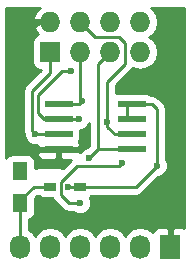
<source format=gbr>
G04 #@! TF.FileFunction,Copper,L1,Top,Signal*
%FSLAX46Y46*%
G04 Gerber Fmt 4.6, Leading zero omitted, Abs format (unit mm)*
G04 Created by KiCad (PCBNEW 4.0.1-stable) date Thu 28 Jan 2016 04:51:10 PM EET*
%MOMM*%
G01*
G04 APERTURE LIST*
%ADD10C,0.100000*%
%ADD11R,2.350000X0.600000*%
%ADD12R,0.990000X0.650000*%
%ADD13R,1.727200X1.727200*%
%ADD14O,1.727200X1.727200*%
%ADD15R,1.727200X2.032000*%
%ADD16O,1.727200X2.032000*%
%ADD17R,1.300000X1.500000*%
%ADD18C,0.600000*%
%ADD19C,0.250000*%
%ADD20C,0.254000*%
G04 APERTURE END LIST*
D10*
D11*
X145490000Y-108585000D03*
X145490000Y-109855000D03*
X145490000Y-111125000D03*
X145490000Y-112395000D03*
X151690000Y-112395000D03*
X151690000Y-111125000D03*
X151690000Y-109855000D03*
X151690000Y-108585000D03*
D12*
X147305000Y-115570000D03*
X144795000Y-115570000D03*
D13*
X144780000Y-104140000D03*
D14*
X144780000Y-101600000D03*
X147320000Y-104140000D03*
X147320000Y-101600000D03*
X149860000Y-104140000D03*
X149860000Y-101600000D03*
X152400000Y-104140000D03*
X152400000Y-101600000D03*
D15*
X154940000Y-120650000D03*
D16*
X152400000Y-120650000D03*
X149860000Y-120650000D03*
X147320000Y-120650000D03*
X144780000Y-120650000D03*
X142240000Y-120650000D03*
D17*
X142240000Y-114220000D03*
X142240000Y-116920000D03*
D18*
X152400000Y-106680000D03*
X155194000Y-107315000D03*
X143510000Y-111125000D03*
X146304000Y-115570000D03*
X153797000Y-113792000D03*
X147464950Y-108318138D03*
X149606000Y-110109000D03*
X148082000Y-113157000D03*
X146558000Y-105791000D03*
X147193000Y-109855000D03*
X147320000Y-116967000D03*
X150876000Y-113538000D03*
D19*
X155194000Y-107315000D02*
X153035000Y-107315000D01*
X153035000Y-107315000D02*
X152400000Y-106680000D01*
X145890000Y-112395000D02*
X143256000Y-112395000D01*
X143256000Y-112395000D02*
X142494000Y-111633000D01*
X142494000Y-111633000D02*
X142494000Y-102997000D01*
X142494000Y-102997000D02*
X143891000Y-101600000D01*
X143891000Y-101600000D02*
X144780000Y-101600000D01*
X143510000Y-111125000D02*
X143256000Y-110871000D01*
X143256000Y-110871000D02*
X143256000Y-107442000D01*
X143256000Y-107442000D02*
X144780000Y-105918000D01*
X144780000Y-105918000D02*
X144780000Y-104140000D01*
X145890000Y-111125000D02*
X143510000Y-111125000D01*
X153797000Y-113792000D02*
X153797000Y-108966000D01*
X153797000Y-108966000D02*
X153416000Y-108585000D01*
X153416000Y-108585000D02*
X151290000Y-108585000D01*
X151290000Y-109855000D02*
X151290000Y-108585000D01*
X147105000Y-115570000D02*
X152019000Y-115570000D01*
X152019000Y-115570000D02*
X153797000Y-113792000D01*
X146304000Y-115570000D02*
X147105000Y-115570000D01*
X142240000Y-116713000D02*
X143383000Y-115570000D01*
X143383000Y-115570000D02*
X144795000Y-115570000D01*
X142240000Y-116920000D02*
X142240000Y-116713000D01*
X142240000Y-120650000D02*
X142240000Y-118110000D01*
X142240000Y-118110000D02*
X142240000Y-116920000D01*
X144680000Y-115570000D02*
X144995000Y-115570000D01*
X147198088Y-108585000D02*
X147464950Y-108318138D01*
X147320000Y-104140000D02*
X147320000Y-108173188D01*
X147320000Y-108173188D02*
X147464950Y-108318138D01*
X145890000Y-108585000D02*
X147198088Y-108585000D01*
X149606000Y-110109000D02*
X149606000Y-106680000D01*
X149606000Y-106680000D02*
X151130000Y-105156000D01*
X151130000Y-105156000D02*
X151130000Y-103378000D01*
X151130000Y-103378000D02*
X150622000Y-102870000D01*
X150622000Y-102870000D02*
X148590000Y-102870000D01*
X148590000Y-102870000D02*
X147320000Y-101600000D01*
X149606000Y-110109000D02*
X149606000Y-110480020D01*
X149606000Y-110480020D02*
X150250980Y-111125000D01*
X150250980Y-111125000D02*
X151290000Y-111125000D01*
X148844000Y-112395000D02*
X148844000Y-105156000D01*
X148844000Y-105156000D02*
X149860000Y-104140000D01*
X151290000Y-112395000D02*
X151765000Y-112395000D01*
X148082000Y-113157000D02*
X148844000Y-112395000D01*
X148844000Y-112395000D02*
X151290000Y-112395000D01*
X146558000Y-105791000D02*
X145796000Y-105791000D01*
X145796000Y-105791000D02*
X143764000Y-107823000D01*
X143764000Y-107823000D02*
X143764000Y-109347000D01*
X143764000Y-109347000D02*
X144272000Y-109855000D01*
X144272000Y-109855000D02*
X145890000Y-109855000D01*
X145890000Y-109855000D02*
X147193000Y-109855000D01*
X147320000Y-116967000D02*
X146387736Y-116967000D01*
X146387736Y-116967000D02*
X145669000Y-116248264D01*
X145669000Y-116248264D02*
X145669000Y-115189000D01*
X145669000Y-115189000D02*
X147020001Y-113837999D01*
X147020001Y-113837999D02*
X150576001Y-113837999D01*
X150576001Y-113837999D02*
X150876000Y-113538000D01*
D20*
G36*
X156135000Y-119083952D02*
X155929909Y-118999000D01*
X155225750Y-118999000D01*
X155067000Y-119157750D01*
X155067000Y-120523000D01*
X155087000Y-120523000D01*
X155087000Y-120777000D01*
X155067000Y-120777000D01*
X155067000Y-120797000D01*
X154813000Y-120797000D01*
X154813000Y-120777000D01*
X154793000Y-120777000D01*
X154793000Y-120523000D01*
X154813000Y-120523000D01*
X154813000Y-119157750D01*
X154654250Y-118999000D01*
X153950091Y-118999000D01*
X153716702Y-119095673D01*
X153538073Y-119274301D01*
X153474500Y-119427780D01*
X153459670Y-119405585D01*
X152973489Y-119080729D01*
X152400000Y-118966655D01*
X151826511Y-119080729D01*
X151340330Y-119405585D01*
X151130000Y-119720366D01*
X150919670Y-119405585D01*
X150433489Y-119080729D01*
X149860000Y-118966655D01*
X149286511Y-119080729D01*
X148800330Y-119405585D01*
X148590000Y-119720366D01*
X148379670Y-119405585D01*
X147893489Y-119080729D01*
X147320000Y-118966655D01*
X146746511Y-119080729D01*
X146260330Y-119405585D01*
X146050000Y-119720366D01*
X145839670Y-119405585D01*
X145353489Y-119080729D01*
X144780000Y-118966655D01*
X144206511Y-119080729D01*
X143720330Y-119405585D01*
X143510000Y-119720366D01*
X143299670Y-119405585D01*
X143000000Y-119205352D01*
X143000000Y-118296742D01*
X143125317Y-118273162D01*
X143341441Y-118134090D01*
X143486431Y-117921890D01*
X143537440Y-117670000D01*
X143537440Y-116490362D01*
X143697802Y-116330000D01*
X143825331Y-116330000D01*
X143835910Y-116346441D01*
X144048110Y-116491431D01*
X144300000Y-116542440D01*
X144975525Y-116542440D01*
X144976850Y-116549101D01*
X145141597Y-116795663D01*
X145850335Y-117504401D01*
X146096897Y-117669148D01*
X146387736Y-117727000D01*
X146757537Y-117727000D01*
X146789673Y-117759192D01*
X147133201Y-117901838D01*
X147505167Y-117902162D01*
X147848943Y-117760117D01*
X148112192Y-117497327D01*
X148254838Y-117153799D01*
X148255162Y-116781833D01*
X148116395Y-116445990D01*
X148251441Y-116359090D01*
X148271317Y-116330000D01*
X152019000Y-116330000D01*
X152309839Y-116272148D01*
X152556401Y-116107401D01*
X153936680Y-114727122D01*
X153982167Y-114727162D01*
X154325943Y-114585117D01*
X154589192Y-114322327D01*
X154731838Y-113978799D01*
X154732162Y-113606833D01*
X154590117Y-113263057D01*
X154557000Y-113229882D01*
X154557000Y-108966000D01*
X154499148Y-108675161D01*
X154499148Y-108675160D01*
X154334401Y-108428599D01*
X153953401Y-108047599D01*
X153706839Y-107882852D01*
X153416000Y-107825000D01*
X153316563Y-107825000D01*
X153116890Y-107688569D01*
X152865000Y-107637560D01*
X150515000Y-107637560D01*
X150366000Y-107665596D01*
X150366000Y-106994802D01*
X151667401Y-105693401D01*
X151780960Y-105523449D01*
X151826511Y-105553885D01*
X152400000Y-105667959D01*
X152973489Y-105553885D01*
X153459670Y-105229029D01*
X153784526Y-104742848D01*
X153898600Y-104169359D01*
X153898600Y-104110641D01*
X153784526Y-103537152D01*
X153459670Y-103050971D01*
X153188828Y-102870000D01*
X153459670Y-102689029D01*
X153784526Y-102202848D01*
X153898600Y-101629359D01*
X153898600Y-101570641D01*
X153784526Y-100997152D01*
X153459670Y-100510971D01*
X153301073Y-100405000D01*
X156135000Y-100405000D01*
X156135000Y-119083952D01*
X156135000Y-119083952D01*
G37*
X156135000Y-119083952D02*
X155929909Y-118999000D01*
X155225750Y-118999000D01*
X155067000Y-119157750D01*
X155067000Y-120523000D01*
X155087000Y-120523000D01*
X155087000Y-120777000D01*
X155067000Y-120777000D01*
X155067000Y-120797000D01*
X154813000Y-120797000D01*
X154813000Y-120777000D01*
X154793000Y-120777000D01*
X154793000Y-120523000D01*
X154813000Y-120523000D01*
X154813000Y-119157750D01*
X154654250Y-118999000D01*
X153950091Y-118999000D01*
X153716702Y-119095673D01*
X153538073Y-119274301D01*
X153474500Y-119427780D01*
X153459670Y-119405585D01*
X152973489Y-119080729D01*
X152400000Y-118966655D01*
X151826511Y-119080729D01*
X151340330Y-119405585D01*
X151130000Y-119720366D01*
X150919670Y-119405585D01*
X150433489Y-119080729D01*
X149860000Y-118966655D01*
X149286511Y-119080729D01*
X148800330Y-119405585D01*
X148590000Y-119720366D01*
X148379670Y-119405585D01*
X147893489Y-119080729D01*
X147320000Y-118966655D01*
X146746511Y-119080729D01*
X146260330Y-119405585D01*
X146050000Y-119720366D01*
X145839670Y-119405585D01*
X145353489Y-119080729D01*
X144780000Y-118966655D01*
X144206511Y-119080729D01*
X143720330Y-119405585D01*
X143510000Y-119720366D01*
X143299670Y-119405585D01*
X143000000Y-119205352D01*
X143000000Y-118296742D01*
X143125317Y-118273162D01*
X143341441Y-118134090D01*
X143486431Y-117921890D01*
X143537440Y-117670000D01*
X143537440Y-116490362D01*
X143697802Y-116330000D01*
X143825331Y-116330000D01*
X143835910Y-116346441D01*
X144048110Y-116491431D01*
X144300000Y-116542440D01*
X144975525Y-116542440D01*
X144976850Y-116549101D01*
X145141597Y-116795663D01*
X145850335Y-117504401D01*
X146096897Y-117669148D01*
X146387736Y-117727000D01*
X146757537Y-117727000D01*
X146789673Y-117759192D01*
X147133201Y-117901838D01*
X147505167Y-117902162D01*
X147848943Y-117760117D01*
X148112192Y-117497327D01*
X148254838Y-117153799D01*
X148255162Y-116781833D01*
X148116395Y-116445990D01*
X148251441Y-116359090D01*
X148271317Y-116330000D01*
X152019000Y-116330000D01*
X152309839Y-116272148D01*
X152556401Y-116107401D01*
X153936680Y-114727122D01*
X153982167Y-114727162D01*
X154325943Y-114585117D01*
X154589192Y-114322327D01*
X154731838Y-113978799D01*
X154732162Y-113606833D01*
X154590117Y-113263057D01*
X154557000Y-113229882D01*
X154557000Y-108966000D01*
X154499148Y-108675161D01*
X154499148Y-108675160D01*
X154334401Y-108428599D01*
X153953401Y-108047599D01*
X153706839Y-107882852D01*
X153416000Y-107825000D01*
X153316563Y-107825000D01*
X153116890Y-107688569D01*
X152865000Y-107637560D01*
X150515000Y-107637560D01*
X150366000Y-107665596D01*
X150366000Y-106994802D01*
X151667401Y-105693401D01*
X151780960Y-105523449D01*
X151826511Y-105553885D01*
X152400000Y-105667959D01*
X152973489Y-105553885D01*
X153459670Y-105229029D01*
X153784526Y-104742848D01*
X153898600Y-104169359D01*
X153898600Y-104110641D01*
X153784526Y-103537152D01*
X153459670Y-103050971D01*
X153188828Y-102870000D01*
X153459670Y-102689029D01*
X153784526Y-102202848D01*
X153898600Y-101629359D01*
X153898600Y-101570641D01*
X153784526Y-100997152D01*
X153459670Y-100510971D01*
X153301073Y-100405000D01*
X156135000Y-100405000D01*
X156135000Y-119083952D01*
G36*
X143573179Y-100711510D02*
X143325032Y-101240973D01*
X143445531Y-101473000D01*
X144653000Y-101473000D01*
X144653000Y-101453000D01*
X144907000Y-101453000D01*
X144907000Y-101473000D01*
X144927000Y-101473000D01*
X144927000Y-101727000D01*
X144907000Y-101727000D01*
X144907000Y-101747000D01*
X144653000Y-101747000D01*
X144653000Y-101727000D01*
X143445531Y-101727000D01*
X143325032Y-101959027D01*
X143573179Y-102488490D01*
X143759433Y-102658495D01*
X143681083Y-102673238D01*
X143464959Y-102812310D01*
X143319969Y-103024510D01*
X143268960Y-103276400D01*
X143268960Y-105003600D01*
X143313238Y-105238917D01*
X143452310Y-105455041D01*
X143664510Y-105600031D01*
X143916400Y-105651040D01*
X143972158Y-105651040D01*
X142718599Y-106904599D01*
X142553852Y-107151161D01*
X142496000Y-107442000D01*
X142496000Y-110871000D01*
X142553852Y-111161839D01*
X142574940Y-111193399D01*
X142574838Y-111310167D01*
X142716883Y-111653943D01*
X142979673Y-111917192D01*
X143323201Y-112059838D01*
X143680000Y-112060149D01*
X143680000Y-112109250D01*
X143838750Y-112268000D01*
X145363000Y-112268000D01*
X145363000Y-112248000D01*
X145617000Y-112248000D01*
X145617000Y-112268000D01*
X147141250Y-112268000D01*
X147300000Y-112109250D01*
X147300000Y-111968690D01*
X147210194Y-111751878D01*
X147261431Y-111676890D01*
X147312440Y-111425000D01*
X147312440Y-110825000D01*
X147305873Y-110790099D01*
X147378167Y-110790162D01*
X147721943Y-110648117D01*
X147985192Y-110385327D01*
X148084000Y-110147372D01*
X148084000Y-112080198D01*
X147942320Y-112221878D01*
X147896833Y-112221838D01*
X147553057Y-112363883D01*
X147289808Y-112626673D01*
X147276932Y-112657682D01*
X147141250Y-112522000D01*
X145617000Y-112522000D01*
X145617000Y-113171250D01*
X145775750Y-113330000D01*
X146580198Y-113330000D01*
X145891890Y-114018308D01*
X145832839Y-113978852D01*
X145542000Y-113921000D01*
X143869000Y-113921000D01*
X143578161Y-113978852D01*
X143537440Y-114006061D01*
X143537440Y-113470000D01*
X143493162Y-113234683D01*
X143354090Y-113018559D01*
X143141890Y-112873569D01*
X142890000Y-112822560D01*
X141590000Y-112822560D01*
X141354683Y-112866838D01*
X141138559Y-113005910D01*
X141045000Y-113142838D01*
X141045000Y-112680750D01*
X143680000Y-112680750D01*
X143680000Y-112821310D01*
X143776673Y-113054699D01*
X143955302Y-113233327D01*
X144188691Y-113330000D01*
X145204250Y-113330000D01*
X145363000Y-113171250D01*
X145363000Y-112522000D01*
X143838750Y-112522000D01*
X143680000Y-112680750D01*
X141045000Y-112680750D01*
X141045000Y-100405000D01*
X143908984Y-100405000D01*
X143573179Y-100711510D01*
X143573179Y-100711510D01*
G37*
X143573179Y-100711510D02*
X143325032Y-101240973D01*
X143445531Y-101473000D01*
X144653000Y-101473000D01*
X144653000Y-101453000D01*
X144907000Y-101453000D01*
X144907000Y-101473000D01*
X144927000Y-101473000D01*
X144927000Y-101727000D01*
X144907000Y-101727000D01*
X144907000Y-101747000D01*
X144653000Y-101747000D01*
X144653000Y-101727000D01*
X143445531Y-101727000D01*
X143325032Y-101959027D01*
X143573179Y-102488490D01*
X143759433Y-102658495D01*
X143681083Y-102673238D01*
X143464959Y-102812310D01*
X143319969Y-103024510D01*
X143268960Y-103276400D01*
X143268960Y-105003600D01*
X143313238Y-105238917D01*
X143452310Y-105455041D01*
X143664510Y-105600031D01*
X143916400Y-105651040D01*
X143972158Y-105651040D01*
X142718599Y-106904599D01*
X142553852Y-107151161D01*
X142496000Y-107442000D01*
X142496000Y-110871000D01*
X142553852Y-111161839D01*
X142574940Y-111193399D01*
X142574838Y-111310167D01*
X142716883Y-111653943D01*
X142979673Y-111917192D01*
X143323201Y-112059838D01*
X143680000Y-112060149D01*
X143680000Y-112109250D01*
X143838750Y-112268000D01*
X145363000Y-112268000D01*
X145363000Y-112248000D01*
X145617000Y-112248000D01*
X145617000Y-112268000D01*
X147141250Y-112268000D01*
X147300000Y-112109250D01*
X147300000Y-111968690D01*
X147210194Y-111751878D01*
X147261431Y-111676890D01*
X147312440Y-111425000D01*
X147312440Y-110825000D01*
X147305873Y-110790099D01*
X147378167Y-110790162D01*
X147721943Y-110648117D01*
X147985192Y-110385327D01*
X148084000Y-110147372D01*
X148084000Y-112080198D01*
X147942320Y-112221878D01*
X147896833Y-112221838D01*
X147553057Y-112363883D01*
X147289808Y-112626673D01*
X147276932Y-112657682D01*
X147141250Y-112522000D01*
X145617000Y-112522000D01*
X145617000Y-113171250D01*
X145775750Y-113330000D01*
X146580198Y-113330000D01*
X145891890Y-114018308D01*
X145832839Y-113978852D01*
X145542000Y-113921000D01*
X143869000Y-113921000D01*
X143578161Y-113978852D01*
X143537440Y-114006061D01*
X143537440Y-113470000D01*
X143493162Y-113234683D01*
X143354090Y-113018559D01*
X143141890Y-112873569D01*
X142890000Y-112822560D01*
X141590000Y-112822560D01*
X141354683Y-112866838D01*
X141138559Y-113005910D01*
X141045000Y-113142838D01*
X141045000Y-112680750D01*
X143680000Y-112680750D01*
X143680000Y-112821310D01*
X143776673Y-113054699D01*
X143955302Y-113233327D01*
X144188691Y-113330000D01*
X145204250Y-113330000D01*
X145363000Y-113171250D01*
X145363000Y-112522000D01*
X143838750Y-112522000D01*
X143680000Y-112680750D01*
X141045000Y-112680750D01*
X141045000Y-100405000D01*
X143908984Y-100405000D01*
X143573179Y-100711510D01*
M02*

</source>
